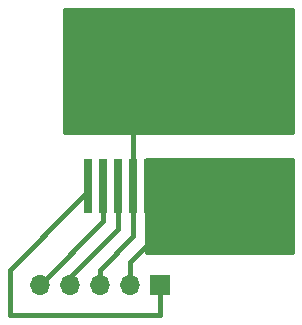
<source format=gbr>
G04 #@! TF.GenerationSoftware,KiCad,Pcbnew,(5.1.4)-1*
G04 #@! TF.CreationDate,2019-11-18T21:23:18+01:00*
G04 #@! TF.ProjectId,AR20_PDM_ProFetTest,41523230-5f50-4444-9d5f-50726f466574,rev?*
G04 #@! TF.SameCoordinates,Original*
G04 #@! TF.FileFunction,Copper,L1,Top*
G04 #@! TF.FilePolarity,Positive*
%FSLAX46Y46*%
G04 Gerber Fmt 4.6, Leading zero omitted, Abs format (unit mm)*
G04 Created by KiCad (PCBNEW (5.1.4)-1) date 2019-11-18 21:23:18*
%MOMM*%
%LPD*%
G04 APERTURE LIST*
%ADD10R,1.700000X1.700000*%
%ADD11O,1.700000X1.700000*%
%ADD12R,0.800000X4.600000*%
%ADD13R,10.800000X9.400000*%
%ADD14C,4.500000*%
%ADD15C,0.400000*%
%ADD16C,0.254000*%
G04 APERTURE END LIST*
D10*
X139700000Y-107315000D03*
D11*
X137160000Y-107315000D03*
X134620000Y-107315000D03*
X132080000Y-107315000D03*
X129540000Y-107315000D03*
D12*
X137480000Y-98940000D03*
X138750000Y-98940000D03*
X140020000Y-98940000D03*
X141290000Y-98940000D03*
X136210000Y-98940000D03*
X134940000Y-98940000D03*
X133670000Y-98940000D03*
D13*
X137480000Y-89790000D03*
D14*
X147320000Y-100965000D03*
X147320000Y-89535000D03*
D15*
X133670000Y-99380000D02*
X132720000Y-100330000D01*
X139700000Y-109855000D02*
X139700000Y-107315000D01*
X133670000Y-98940000D02*
X133670000Y-99380000D01*
X132720000Y-100330000D02*
X132715000Y-100330000D01*
X132715000Y-100330000D02*
X127000000Y-106045000D01*
X127000000Y-106045000D02*
X127000000Y-109855000D01*
X127000000Y-109855000D02*
X139700000Y-109855000D01*
X137160000Y-105410000D02*
X139065000Y-103505000D01*
X137160000Y-107315000D02*
X137160000Y-105410000D01*
X137480000Y-98940000D02*
X137480000Y-103185000D01*
X134620000Y-106045000D02*
X134620000Y-107315000D01*
X137480000Y-103185000D02*
X134620000Y-106045000D01*
X137480000Y-98940000D02*
X137480000Y-89790000D01*
X132080000Y-106680000D02*
X132080000Y-107315000D01*
X136210000Y-98940000D02*
X136210000Y-102550000D01*
X136210000Y-102550000D02*
X132080000Y-106680000D01*
X134940000Y-98940000D02*
X134940000Y-101915000D01*
X134940000Y-101915000D02*
X129540000Y-107315000D01*
D16*
G36*
X151003000Y-104648000D02*
G01*
X138557000Y-104648000D01*
X138557000Y-96647000D01*
X151003000Y-96647000D01*
X151003000Y-104648000D01*
X151003000Y-104648000D01*
G37*
X151003000Y-104648000D02*
X138557000Y-104648000D01*
X138557000Y-96647000D01*
X151003000Y-96647000D01*
X151003000Y-104648000D01*
G36*
X151003000Y-94488000D02*
G01*
X131572000Y-94488000D01*
X131572000Y-83947000D01*
X151003000Y-83947000D01*
X151003000Y-94488000D01*
X151003000Y-94488000D01*
G37*
X151003000Y-94488000D02*
X131572000Y-94488000D01*
X131572000Y-83947000D01*
X151003000Y-83947000D01*
X151003000Y-94488000D01*
M02*

</source>
